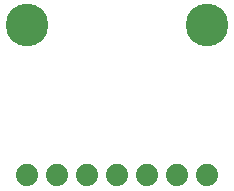
<source format=gbr>
G04 EAGLE Gerber RS-274X export*
G75*
%MOMM*%
%FSLAX34Y34*%
%LPD*%
%INSoldermask Bottom*%
%IPPOS*%
%AMOC8*
5,1,8,0,0,1.08239X$1,22.5*%
G01*
%ADD10C,3.617600*%
%ADD11C,1.879600*%


D10*
X25400Y152400D03*
X177800Y152400D03*
D11*
X25400Y25400D03*
X50800Y25400D03*
X76200Y25400D03*
X101600Y25400D03*
X127000Y25400D03*
X152400Y25400D03*
X177800Y25400D03*
M02*

</source>
